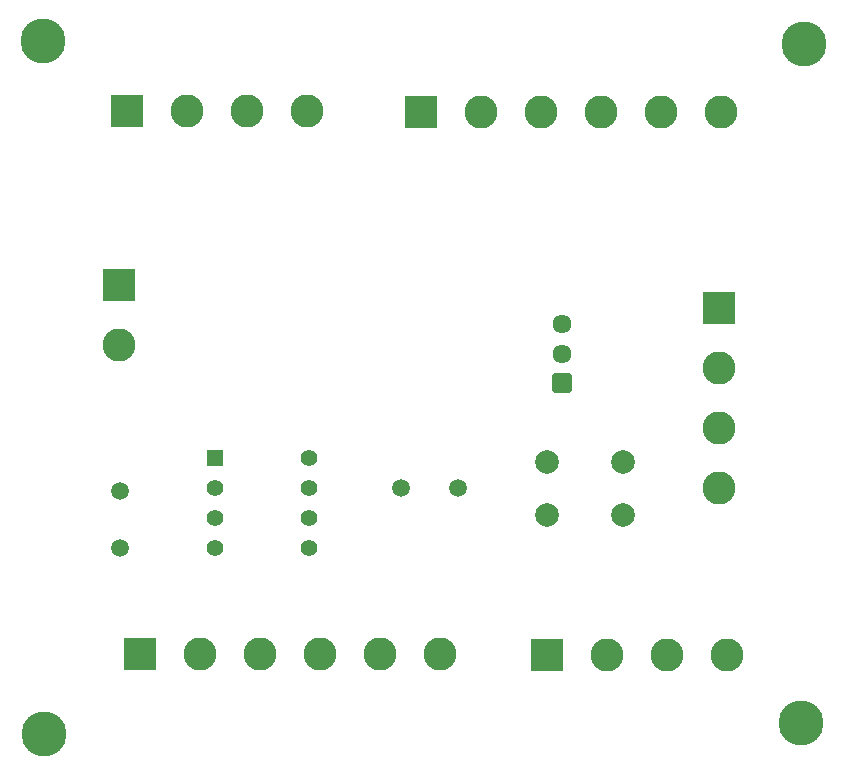
<source format=gbr>
%TF.GenerationSoftware,KiCad,Pcbnew,8.0.7*%
%TF.CreationDate,2025-04-18T15:45:10+02:00*%
%TF.ProjectId,DataLogger,44617461-4c6f-4676-9765-722e6b696361,V1.0*%
%TF.SameCoordinates,Original*%
%TF.FileFunction,Soldermask,Bot*%
%TF.FilePolarity,Negative*%
%FSLAX46Y46*%
G04 Gerber Fmt 4.6, Leading zero omitted, Abs format (unit mm)*
G04 Created by KiCad (PCBNEW 8.0.7) date 2025-04-18 15:45:10*
%MOMM*%
%LPD*%
G01*
G04 APERTURE LIST*
G04 Aperture macros list*
%AMRoundRect*
0 Rectangle with rounded corners*
0 $1 Rounding radius*
0 $2 $3 $4 $5 $6 $7 $8 $9 X,Y pos of 4 corners*
0 Add a 4 corners polygon primitive as box body*
4,1,4,$2,$3,$4,$5,$6,$7,$8,$9,$2,$3,0*
0 Add four circle primitives for the rounded corners*
1,1,$1+$1,$2,$3*
1,1,$1+$1,$4,$5*
1,1,$1+$1,$6,$7*
1,1,$1+$1,$8,$9*
0 Add four rect primitives between the rounded corners*
20,1,$1+$1,$2,$3,$4,$5,0*
20,1,$1+$1,$4,$5,$6,$7,0*
20,1,$1+$1,$6,$7,$8,$9,0*
20,1,$1+$1,$8,$9,$2,$3,0*%
G04 Aperture macros list end*
%ADD10C,3.800000*%
%ADD11R,2.800000X2.800000*%
%ADD12C,2.800000*%
%ADD13C,1.500000*%
%ADD14RoundRect,0.102000X-0.605000X-0.605000X0.605000X-0.605000X0.605000X0.605000X-0.605000X0.605000X0*%
%ADD15C,1.414000*%
%ADD16C,2.000000*%
%ADD17RoundRect,0.102000X0.704000X-0.704000X0.704000X0.704000X-0.704000X0.704000X-0.704000X-0.704000X0*%
%ADD18C,1.612000*%
G04 APERTURE END LIST*
D10*
%TO.C,H2*%
X185928000Y-136398000D03*
%TD*%
%TO.C,H1*%
X186182000Y-78892400D03*
%TD*%
D11*
%TO.C,J4*%
X128168400Y-99359800D03*
D12*
X128168400Y-104439800D03*
%TD*%
D11*
%TO.C,J6*%
X128828800Y-84632800D03*
D12*
X133908800Y-84632800D03*
X138988800Y-84632800D03*
X144068800Y-84632800D03*
%TD*%
D11*
%TO.C,J1*%
X164388800Y-130657600D03*
D12*
X169468800Y-130657600D03*
X174548800Y-130657600D03*
X179628800Y-130657600D03*
%TD*%
D13*
%TO.C,Y2*%
X152032800Y-116484400D03*
X156912800Y-116484400D03*
%TD*%
D14*
%TO.C,U3*%
X136339600Y-113944400D03*
D15*
X136339600Y-116484400D03*
X136339600Y-119024400D03*
X136339600Y-121564400D03*
X144279600Y-121564400D03*
X144279600Y-119024400D03*
X144279600Y-116484400D03*
X144279600Y-113944400D03*
%TD*%
D11*
%TO.C,J5*%
X129955700Y-130606800D03*
D12*
X135035700Y-130606800D03*
X140115700Y-130606800D03*
X145195700Y-130606800D03*
X150275700Y-130606800D03*
X155355700Y-130606800D03*
%TD*%
D11*
%TO.C,J3*%
X179019200Y-101295200D03*
D12*
X179019200Y-106375200D03*
X179019200Y-111455200D03*
X179019200Y-116535200D03*
%TD*%
D10*
%TO.C,H3*%
X121716800Y-78689200D03*
%TD*%
%TO.C,H4*%
X121818400Y-137363200D03*
%TD*%
D11*
%TO.C,J2*%
X153771600Y-84683600D03*
D12*
X158851600Y-84683600D03*
X163931600Y-84683600D03*
X169011600Y-84683600D03*
X174091600Y-84683600D03*
X179171600Y-84683600D03*
%TD*%
D16*
%TO.C,SW1*%
X164390000Y-114336000D03*
X170890000Y-114336000D03*
X164390000Y-118836000D03*
X170890000Y-118836000D03*
%TD*%
D17*
%TO.C,SW2*%
X165658800Y-107656000D03*
D18*
X165658800Y-105156000D03*
X165658800Y-102656000D03*
%TD*%
D13*
%TO.C,Y1*%
X128270000Y-121626800D03*
X128270000Y-116746800D03*
%TD*%
M02*

</source>
